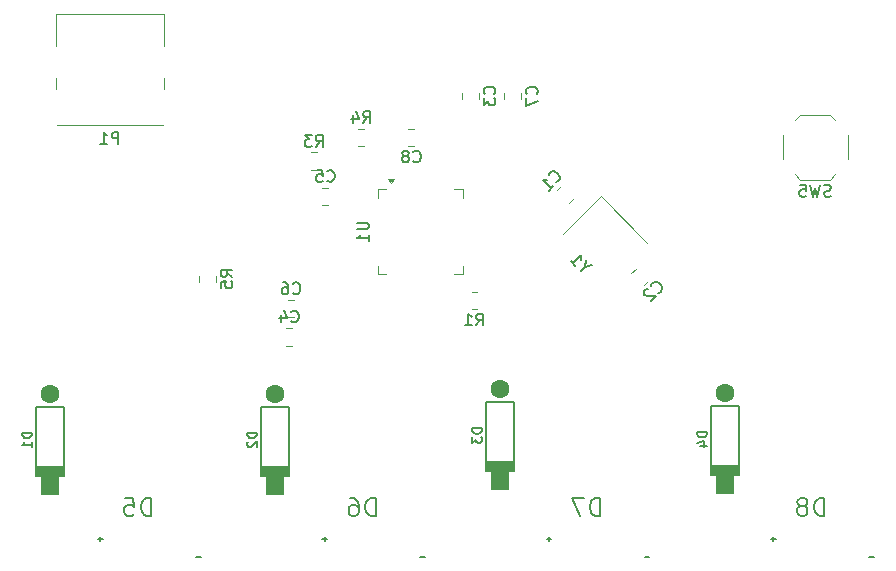
<source format=gbo>
%TF.GenerationSoftware,KiCad,Pcbnew,9.0.7*%
%TF.CreationDate,2026-02-17T21:12:57+08:00*%
%TF.ProjectId,3rd testing,33726420-7465-4737-9469-6e672e6b6963,rev?*%
%TF.SameCoordinates,Original*%
%TF.FileFunction,Legend,Bot*%
%TF.FilePolarity,Positive*%
%FSLAX46Y46*%
G04 Gerber Fmt 4.6, Leading zero omitted, Abs format (unit mm)*
G04 Created by KiCad (PCBNEW 9.0.7) date 2026-02-17 21:12:57*
%MOMM*%
%LPD*%
G01*
G04 APERTURE LIST*
%ADD10C,0.150000*%
%ADD11C,0.200000*%
%ADD12C,0.120000*%
%ADD13C,0.127000*%
%ADD14R,1.600000X1.600000*%
%ADD15C,1.600000*%
G04 APERTURE END LIST*
D10*
X124712920Y-80045774D02*
X123912920Y-80045774D01*
X123912920Y-80045774D02*
X123912920Y-80236250D01*
X123912920Y-80236250D02*
X123951015Y-80350536D01*
X123951015Y-80350536D02*
X124027205Y-80426726D01*
X124027205Y-80426726D02*
X124103396Y-80464821D01*
X124103396Y-80464821D02*
X124255777Y-80502917D01*
X124255777Y-80502917D02*
X124370063Y-80502917D01*
X124370063Y-80502917D02*
X124522444Y-80464821D01*
X124522444Y-80464821D02*
X124598634Y-80426726D01*
X124598634Y-80426726D02*
X124674825Y-80350536D01*
X124674825Y-80350536D02*
X124712920Y-80236250D01*
X124712920Y-80236250D02*
X124712920Y-80045774D01*
X124179586Y-81188631D02*
X124712920Y-81188631D01*
X123874825Y-80998155D02*
X124446253Y-80807678D01*
X124446253Y-80807678D02*
X124446253Y-81302917D01*
X89536041Y-70662705D02*
X89583660Y-70710325D01*
X89583660Y-70710325D02*
X89726517Y-70757944D01*
X89726517Y-70757944D02*
X89821755Y-70757944D01*
X89821755Y-70757944D02*
X89964612Y-70710325D01*
X89964612Y-70710325D02*
X90059850Y-70615086D01*
X90059850Y-70615086D02*
X90107469Y-70519848D01*
X90107469Y-70519848D02*
X90155088Y-70329372D01*
X90155088Y-70329372D02*
X90155088Y-70186515D01*
X90155088Y-70186515D02*
X90107469Y-69996039D01*
X90107469Y-69996039D02*
X90059850Y-69900801D01*
X90059850Y-69900801D02*
X89964612Y-69805563D01*
X89964612Y-69805563D02*
X89821755Y-69757944D01*
X89821755Y-69757944D02*
X89726517Y-69757944D01*
X89726517Y-69757944D02*
X89583660Y-69805563D01*
X89583660Y-69805563D02*
X89536041Y-69853182D01*
X88678898Y-70091277D02*
X88678898Y-70757944D01*
X88916993Y-69710325D02*
X89155088Y-70424610D01*
X89155088Y-70424610D02*
X88536041Y-70424610D01*
X95626666Y-53884819D02*
X95959999Y-53408628D01*
X96198094Y-53884819D02*
X96198094Y-52884819D01*
X96198094Y-52884819D02*
X95817142Y-52884819D01*
X95817142Y-52884819D02*
X95721904Y-52932438D01*
X95721904Y-52932438D02*
X95674285Y-52980057D01*
X95674285Y-52980057D02*
X95626666Y-53075295D01*
X95626666Y-53075295D02*
X95626666Y-53218152D01*
X95626666Y-53218152D02*
X95674285Y-53313390D01*
X95674285Y-53313390D02*
X95721904Y-53361009D01*
X95721904Y-53361009D02*
X95817142Y-53408628D01*
X95817142Y-53408628D02*
X96198094Y-53408628D01*
X94769523Y-53218152D02*
X94769523Y-53884819D01*
X95007618Y-52837200D02*
X95245713Y-53551485D01*
X95245713Y-53551485D02*
X94626666Y-53551485D01*
X84564819Y-66913333D02*
X84088628Y-66580000D01*
X84564819Y-66341905D02*
X83564819Y-66341905D01*
X83564819Y-66341905D02*
X83564819Y-66722857D01*
X83564819Y-66722857D02*
X83612438Y-66818095D01*
X83612438Y-66818095D02*
X83660057Y-66865714D01*
X83660057Y-66865714D02*
X83755295Y-66913333D01*
X83755295Y-66913333D02*
X83898152Y-66913333D01*
X83898152Y-66913333D02*
X83993390Y-66865714D01*
X83993390Y-66865714D02*
X84041009Y-66818095D01*
X84041009Y-66818095D02*
X84088628Y-66722857D01*
X84088628Y-66722857D02*
X84088628Y-66341905D01*
X83564819Y-67818095D02*
X83564819Y-67341905D01*
X83564819Y-67341905D02*
X84041009Y-67294286D01*
X84041009Y-67294286D02*
X83993390Y-67341905D01*
X83993390Y-67341905D02*
X83945771Y-67437143D01*
X83945771Y-67437143D02*
X83945771Y-67675238D01*
X83945771Y-67675238D02*
X83993390Y-67770476D01*
X83993390Y-67770476D02*
X84041009Y-67818095D01*
X84041009Y-67818095D02*
X84136247Y-67865714D01*
X84136247Y-67865714D02*
X84374342Y-67865714D01*
X84374342Y-67865714D02*
X84469580Y-67818095D01*
X84469580Y-67818095D02*
X84517200Y-67770476D01*
X84517200Y-67770476D02*
X84564819Y-67675238D01*
X84564819Y-67675238D02*
X84564819Y-67437143D01*
X84564819Y-67437143D02*
X84517200Y-67341905D01*
X84517200Y-67341905D02*
X84469580Y-67294286D01*
X134674642Y-87140138D02*
X134674642Y-85640138D01*
X134674642Y-85640138D02*
X134317499Y-85640138D01*
X134317499Y-85640138D02*
X134103213Y-85711567D01*
X134103213Y-85711567D02*
X133960356Y-85854424D01*
X133960356Y-85854424D02*
X133888927Y-85997281D01*
X133888927Y-85997281D02*
X133817499Y-86282995D01*
X133817499Y-86282995D02*
X133817499Y-86497281D01*
X133817499Y-86497281D02*
X133888927Y-86782995D01*
X133888927Y-86782995D02*
X133960356Y-86925852D01*
X133960356Y-86925852D02*
X134103213Y-87068710D01*
X134103213Y-87068710D02*
X134317499Y-87140138D01*
X134317499Y-87140138D02*
X134674642Y-87140138D01*
X132960356Y-86282995D02*
X133103213Y-86211567D01*
X133103213Y-86211567D02*
X133174642Y-86140138D01*
X133174642Y-86140138D02*
X133246070Y-85997281D01*
X133246070Y-85997281D02*
X133246070Y-85925852D01*
X133246070Y-85925852D02*
X133174642Y-85782995D01*
X133174642Y-85782995D02*
X133103213Y-85711567D01*
X133103213Y-85711567D02*
X132960356Y-85640138D01*
X132960356Y-85640138D02*
X132674642Y-85640138D01*
X132674642Y-85640138D02*
X132531785Y-85711567D01*
X132531785Y-85711567D02*
X132460356Y-85782995D01*
X132460356Y-85782995D02*
X132388927Y-85925852D01*
X132388927Y-85925852D02*
X132388927Y-85997281D01*
X132388927Y-85997281D02*
X132460356Y-86140138D01*
X132460356Y-86140138D02*
X132531785Y-86211567D01*
X132531785Y-86211567D02*
X132674642Y-86282995D01*
X132674642Y-86282995D02*
X132960356Y-86282995D01*
X132960356Y-86282995D02*
X133103213Y-86354424D01*
X133103213Y-86354424D02*
X133174642Y-86425852D01*
X133174642Y-86425852D02*
X133246070Y-86568710D01*
X133246070Y-86568710D02*
X133246070Y-86854424D01*
X133246070Y-86854424D02*
X133174642Y-86997281D01*
X133174642Y-86997281D02*
X133103213Y-87068710D01*
X133103213Y-87068710D02*
X132960356Y-87140138D01*
X132960356Y-87140138D02*
X132674642Y-87140138D01*
X132674642Y-87140138D02*
X132531785Y-87068710D01*
X132531785Y-87068710D02*
X132460356Y-86997281D01*
X132460356Y-86997281D02*
X132388927Y-86854424D01*
X132388927Y-86854424D02*
X132388927Y-86568710D01*
X132388927Y-86568710D02*
X132460356Y-86425852D01*
X132460356Y-86425852D02*
X132531785Y-86354424D01*
X132531785Y-86354424D02*
X132674642Y-86282995D01*
X86612920Y-80111399D02*
X85812920Y-80111399D01*
X85812920Y-80111399D02*
X85812920Y-80301875D01*
X85812920Y-80301875D02*
X85851015Y-80416161D01*
X85851015Y-80416161D02*
X85927205Y-80492351D01*
X85927205Y-80492351D02*
X86003396Y-80530446D01*
X86003396Y-80530446D02*
X86155777Y-80568542D01*
X86155777Y-80568542D02*
X86270063Y-80568542D01*
X86270063Y-80568542D02*
X86422444Y-80530446D01*
X86422444Y-80530446D02*
X86498634Y-80492351D01*
X86498634Y-80492351D02*
X86574825Y-80416161D01*
X86574825Y-80416161D02*
X86612920Y-80301875D01*
X86612920Y-80301875D02*
X86612920Y-80111399D01*
X85889110Y-80873303D02*
X85851015Y-80911399D01*
X85851015Y-80911399D02*
X85812920Y-80987589D01*
X85812920Y-80987589D02*
X85812920Y-81178065D01*
X85812920Y-81178065D02*
X85851015Y-81254256D01*
X85851015Y-81254256D02*
X85889110Y-81292351D01*
X85889110Y-81292351D02*
X85965301Y-81330446D01*
X85965301Y-81330446D02*
X86041491Y-81330446D01*
X86041491Y-81330446D02*
X86155777Y-81292351D01*
X86155777Y-81292351D02*
X86612920Y-80835208D01*
X86612920Y-80835208D02*
X86612920Y-81330446D01*
X114378618Y-66054816D02*
X114041900Y-66391534D01*
X114984709Y-65920129D02*
X114378618Y-66054816D01*
X114378618Y-66054816D02*
X114513305Y-65448725D01*
X113200107Y-65549740D02*
X113604168Y-65953801D01*
X113402137Y-65751770D02*
X114109244Y-65044664D01*
X114109244Y-65044664D02*
X114075572Y-65213022D01*
X114075572Y-65213022D02*
X114075572Y-65347709D01*
X114075572Y-65347709D02*
X114109244Y-65448725D01*
X77674642Y-87140138D02*
X77674642Y-85640138D01*
X77674642Y-85640138D02*
X77317499Y-85640138D01*
X77317499Y-85640138D02*
X77103213Y-85711567D01*
X77103213Y-85711567D02*
X76960356Y-85854424D01*
X76960356Y-85854424D02*
X76888927Y-85997281D01*
X76888927Y-85997281D02*
X76817499Y-86282995D01*
X76817499Y-86282995D02*
X76817499Y-86497281D01*
X76817499Y-86497281D02*
X76888927Y-86782995D01*
X76888927Y-86782995D02*
X76960356Y-86925852D01*
X76960356Y-86925852D02*
X77103213Y-87068710D01*
X77103213Y-87068710D02*
X77317499Y-87140138D01*
X77317499Y-87140138D02*
X77674642Y-87140138D01*
X75460356Y-85640138D02*
X76174642Y-85640138D01*
X76174642Y-85640138D02*
X76246070Y-86354424D01*
X76246070Y-86354424D02*
X76174642Y-86282995D01*
X76174642Y-86282995D02*
X76031785Y-86211567D01*
X76031785Y-86211567D02*
X75674642Y-86211567D01*
X75674642Y-86211567D02*
X75531785Y-86282995D01*
X75531785Y-86282995D02*
X75460356Y-86354424D01*
X75460356Y-86354424D02*
X75388927Y-86497281D01*
X75388927Y-86497281D02*
X75388927Y-86854424D01*
X75388927Y-86854424D02*
X75460356Y-86997281D01*
X75460356Y-86997281D02*
X75531785Y-87068710D01*
X75531785Y-87068710D02*
X75674642Y-87140138D01*
X75674642Y-87140138D02*
X76031785Y-87140138D01*
X76031785Y-87140138D02*
X76174642Y-87068710D01*
X76174642Y-87068710D02*
X76246070Y-86997281D01*
X120610305Y-68237973D02*
X120677649Y-68237973D01*
X120677649Y-68237973D02*
X120812336Y-68170629D01*
X120812336Y-68170629D02*
X120879679Y-68103286D01*
X120879679Y-68103286D02*
X120947023Y-67968599D01*
X120947023Y-67968599D02*
X120947023Y-67833912D01*
X120947023Y-67833912D02*
X120913351Y-67732897D01*
X120913351Y-67732897D02*
X120812336Y-67564538D01*
X120812336Y-67564538D02*
X120711321Y-67463523D01*
X120711321Y-67463523D02*
X120542962Y-67362507D01*
X120542962Y-67362507D02*
X120441947Y-67328836D01*
X120441947Y-67328836D02*
X120307260Y-67328836D01*
X120307260Y-67328836D02*
X120172573Y-67396179D01*
X120172573Y-67396179D02*
X120105229Y-67463523D01*
X120105229Y-67463523D02*
X120037886Y-67598210D01*
X120037886Y-67598210D02*
X120037886Y-67665553D01*
X119768512Y-67934927D02*
X119701168Y-67934927D01*
X119701168Y-67934927D02*
X119600153Y-67968599D01*
X119600153Y-67968599D02*
X119431794Y-68136958D01*
X119431794Y-68136958D02*
X119398122Y-68237973D01*
X119398122Y-68237973D02*
X119398122Y-68305316D01*
X119398122Y-68305316D02*
X119431794Y-68406332D01*
X119431794Y-68406332D02*
X119499138Y-68473675D01*
X119499138Y-68473675D02*
X119633825Y-68541019D01*
X119633825Y-68541019D02*
X120441947Y-68541019D01*
X120441947Y-68541019D02*
X120004214Y-68978751D01*
X74913719Y-55641069D02*
X74913719Y-54641069D01*
X74913719Y-54641069D02*
X74532767Y-54641069D01*
X74532767Y-54641069D02*
X74437529Y-54688688D01*
X74437529Y-54688688D02*
X74389910Y-54736307D01*
X74389910Y-54736307D02*
X74342291Y-54831545D01*
X74342291Y-54831545D02*
X74342291Y-54974402D01*
X74342291Y-54974402D02*
X74389910Y-55069640D01*
X74389910Y-55069640D02*
X74437529Y-55117259D01*
X74437529Y-55117259D02*
X74532767Y-55164878D01*
X74532767Y-55164878D02*
X74913719Y-55164878D01*
X73389910Y-55641069D02*
X73961338Y-55641069D01*
X73675624Y-55641069D02*
X73675624Y-54641069D01*
X73675624Y-54641069D02*
X73770862Y-54783926D01*
X73770862Y-54783926D02*
X73866100Y-54879164D01*
X73866100Y-54879164D02*
X73961338Y-54926783D01*
X92589166Y-58759580D02*
X92636785Y-58807200D01*
X92636785Y-58807200D02*
X92779642Y-58854819D01*
X92779642Y-58854819D02*
X92874880Y-58854819D01*
X92874880Y-58854819D02*
X93017737Y-58807200D01*
X93017737Y-58807200D02*
X93112975Y-58711961D01*
X93112975Y-58711961D02*
X93160594Y-58616723D01*
X93160594Y-58616723D02*
X93208213Y-58426247D01*
X93208213Y-58426247D02*
X93208213Y-58283390D01*
X93208213Y-58283390D02*
X93160594Y-58092914D01*
X93160594Y-58092914D02*
X93112975Y-57997676D01*
X93112975Y-57997676D02*
X93017737Y-57902438D01*
X93017737Y-57902438D02*
X92874880Y-57854819D01*
X92874880Y-57854819D02*
X92779642Y-57854819D01*
X92779642Y-57854819D02*
X92636785Y-57902438D01*
X92636785Y-57902438D02*
X92589166Y-57950057D01*
X91684404Y-57854819D02*
X92160594Y-57854819D01*
X92160594Y-57854819D02*
X92208213Y-58331009D01*
X92208213Y-58331009D02*
X92160594Y-58283390D01*
X92160594Y-58283390D02*
X92065356Y-58235771D01*
X92065356Y-58235771D02*
X91827261Y-58235771D01*
X91827261Y-58235771D02*
X91732023Y-58283390D01*
X91732023Y-58283390D02*
X91684404Y-58331009D01*
X91684404Y-58331009D02*
X91636785Y-58426247D01*
X91636785Y-58426247D02*
X91636785Y-58664342D01*
X91636785Y-58664342D02*
X91684404Y-58759580D01*
X91684404Y-58759580D02*
X91732023Y-58807200D01*
X91732023Y-58807200D02*
X91827261Y-58854819D01*
X91827261Y-58854819D02*
X92065356Y-58854819D01*
X92065356Y-58854819D02*
X92160594Y-58807200D01*
X92160594Y-58807200D02*
X92208213Y-58759580D01*
X111930550Y-58862095D02*
X111997894Y-58862095D01*
X111997894Y-58862095D02*
X112132581Y-58794751D01*
X112132581Y-58794751D02*
X112199924Y-58727408D01*
X112199924Y-58727408D02*
X112267268Y-58592721D01*
X112267268Y-58592721D02*
X112267268Y-58458034D01*
X112267268Y-58458034D02*
X112233596Y-58357019D01*
X112233596Y-58357019D02*
X112132581Y-58188660D01*
X112132581Y-58188660D02*
X112031566Y-58087645D01*
X112031566Y-58087645D02*
X111863207Y-57986629D01*
X111863207Y-57986629D02*
X111762192Y-57952958D01*
X111762192Y-57952958D02*
X111627505Y-57952958D01*
X111627505Y-57952958D02*
X111492818Y-58020301D01*
X111492818Y-58020301D02*
X111425474Y-58087645D01*
X111425474Y-58087645D02*
X111358131Y-58222332D01*
X111358131Y-58222332D02*
X111358131Y-58289675D01*
X111324459Y-59602873D02*
X111728520Y-59198812D01*
X111526489Y-59400843D02*
X110819383Y-58693736D01*
X110819383Y-58693736D02*
X110987741Y-58727408D01*
X110987741Y-58727408D02*
X111122428Y-58727408D01*
X111122428Y-58727408D02*
X111223444Y-58693736D01*
X106733955Y-51422708D02*
X106781575Y-51375089D01*
X106781575Y-51375089D02*
X106829194Y-51232232D01*
X106829194Y-51232232D02*
X106829194Y-51136994D01*
X106829194Y-51136994D02*
X106781575Y-50994137D01*
X106781575Y-50994137D02*
X106686336Y-50898899D01*
X106686336Y-50898899D02*
X106591098Y-50851280D01*
X106591098Y-50851280D02*
X106400622Y-50803661D01*
X106400622Y-50803661D02*
X106257765Y-50803661D01*
X106257765Y-50803661D02*
X106067289Y-50851280D01*
X106067289Y-50851280D02*
X105972051Y-50898899D01*
X105972051Y-50898899D02*
X105876813Y-50994137D01*
X105876813Y-50994137D02*
X105829194Y-51136994D01*
X105829194Y-51136994D02*
X105829194Y-51232232D01*
X105829194Y-51232232D02*
X105876813Y-51375089D01*
X105876813Y-51375089D02*
X105924432Y-51422708D01*
X105829194Y-51756042D02*
X105829194Y-52375089D01*
X105829194Y-52375089D02*
X106210146Y-52041756D01*
X106210146Y-52041756D02*
X106210146Y-52184613D01*
X106210146Y-52184613D02*
X106257765Y-52279851D01*
X106257765Y-52279851D02*
X106305384Y-52327470D01*
X106305384Y-52327470D02*
X106400622Y-52375089D01*
X106400622Y-52375089D02*
X106638717Y-52375089D01*
X106638717Y-52375089D02*
X106733955Y-52327470D01*
X106733955Y-52327470D02*
X106781575Y-52279851D01*
X106781575Y-52279851D02*
X106829194Y-52184613D01*
X106829194Y-52184613D02*
X106829194Y-51898899D01*
X106829194Y-51898899D02*
X106781575Y-51803661D01*
X106781575Y-51803661D02*
X106733955Y-51756042D01*
X67562920Y-80111399D02*
X66762920Y-80111399D01*
X66762920Y-80111399D02*
X66762920Y-80301875D01*
X66762920Y-80301875D02*
X66801015Y-80416161D01*
X66801015Y-80416161D02*
X66877205Y-80492351D01*
X66877205Y-80492351D02*
X66953396Y-80530446D01*
X66953396Y-80530446D02*
X67105777Y-80568542D01*
X67105777Y-80568542D02*
X67220063Y-80568542D01*
X67220063Y-80568542D02*
X67372444Y-80530446D01*
X67372444Y-80530446D02*
X67448634Y-80492351D01*
X67448634Y-80492351D02*
X67524825Y-80416161D01*
X67524825Y-80416161D02*
X67562920Y-80301875D01*
X67562920Y-80301875D02*
X67562920Y-80111399D01*
X67562920Y-81330446D02*
X67562920Y-80873303D01*
X67562920Y-81101875D02*
X66762920Y-81101875D01*
X66762920Y-81101875D02*
X66877205Y-81025684D01*
X66877205Y-81025684D02*
X66953396Y-80949494D01*
X66953396Y-80949494D02*
X66991491Y-80873303D01*
X95084819Y-62318095D02*
X95894342Y-62318095D01*
X95894342Y-62318095D02*
X95989580Y-62365714D01*
X95989580Y-62365714D02*
X96037200Y-62413333D01*
X96037200Y-62413333D02*
X96084819Y-62508571D01*
X96084819Y-62508571D02*
X96084819Y-62699047D01*
X96084819Y-62699047D02*
X96037200Y-62794285D01*
X96037200Y-62794285D02*
X95989580Y-62841904D01*
X95989580Y-62841904D02*
X95894342Y-62889523D01*
X95894342Y-62889523D02*
X95084819Y-62889523D01*
X96084819Y-63889523D02*
X96084819Y-63318095D01*
X96084819Y-63603809D02*
X95084819Y-63603809D01*
X95084819Y-63603809D02*
X95227676Y-63508571D01*
X95227676Y-63508571D02*
X95322914Y-63413333D01*
X95322914Y-63413333D02*
X95370533Y-63318095D01*
X96674642Y-87140138D02*
X96674642Y-85640138D01*
X96674642Y-85640138D02*
X96317499Y-85640138D01*
X96317499Y-85640138D02*
X96103213Y-85711567D01*
X96103213Y-85711567D02*
X95960356Y-85854424D01*
X95960356Y-85854424D02*
X95888927Y-85997281D01*
X95888927Y-85997281D02*
X95817499Y-86282995D01*
X95817499Y-86282995D02*
X95817499Y-86497281D01*
X95817499Y-86497281D02*
X95888927Y-86782995D01*
X95888927Y-86782995D02*
X95960356Y-86925852D01*
X95960356Y-86925852D02*
X96103213Y-87068710D01*
X96103213Y-87068710D02*
X96317499Y-87140138D01*
X96317499Y-87140138D02*
X96674642Y-87140138D01*
X94531785Y-85640138D02*
X94817499Y-85640138D01*
X94817499Y-85640138D02*
X94960356Y-85711567D01*
X94960356Y-85711567D02*
X95031785Y-85782995D01*
X95031785Y-85782995D02*
X95174642Y-85997281D01*
X95174642Y-85997281D02*
X95246070Y-86282995D01*
X95246070Y-86282995D02*
X95246070Y-86854424D01*
X95246070Y-86854424D02*
X95174642Y-86997281D01*
X95174642Y-86997281D02*
X95103213Y-87068710D01*
X95103213Y-87068710D02*
X94960356Y-87140138D01*
X94960356Y-87140138D02*
X94674642Y-87140138D01*
X94674642Y-87140138D02*
X94531785Y-87068710D01*
X94531785Y-87068710D02*
X94460356Y-86997281D01*
X94460356Y-86997281D02*
X94388927Y-86854424D01*
X94388927Y-86854424D02*
X94388927Y-86497281D01*
X94388927Y-86497281D02*
X94460356Y-86354424D01*
X94460356Y-86354424D02*
X94531785Y-86282995D01*
X94531785Y-86282995D02*
X94674642Y-86211567D01*
X94674642Y-86211567D02*
X94960356Y-86211567D01*
X94960356Y-86211567D02*
X95103213Y-86282995D01*
X95103213Y-86282995D02*
X95174642Y-86354424D01*
X95174642Y-86354424D02*
X95246070Y-86497281D01*
X99875543Y-57119580D02*
X99923162Y-57167200D01*
X99923162Y-57167200D02*
X100066019Y-57214819D01*
X100066019Y-57214819D02*
X100161257Y-57214819D01*
X100161257Y-57214819D02*
X100304114Y-57167200D01*
X100304114Y-57167200D02*
X100399352Y-57071961D01*
X100399352Y-57071961D02*
X100446971Y-56976723D01*
X100446971Y-56976723D02*
X100494590Y-56786247D01*
X100494590Y-56786247D02*
X100494590Y-56643390D01*
X100494590Y-56643390D02*
X100446971Y-56452914D01*
X100446971Y-56452914D02*
X100399352Y-56357676D01*
X100399352Y-56357676D02*
X100304114Y-56262438D01*
X100304114Y-56262438D02*
X100161257Y-56214819D01*
X100161257Y-56214819D02*
X100066019Y-56214819D01*
X100066019Y-56214819D02*
X99923162Y-56262438D01*
X99923162Y-56262438D02*
X99875543Y-56310057D01*
X99304114Y-56643390D02*
X99399352Y-56595771D01*
X99399352Y-56595771D02*
X99446971Y-56548152D01*
X99446971Y-56548152D02*
X99494590Y-56452914D01*
X99494590Y-56452914D02*
X99494590Y-56405295D01*
X99494590Y-56405295D02*
X99446971Y-56310057D01*
X99446971Y-56310057D02*
X99399352Y-56262438D01*
X99399352Y-56262438D02*
X99304114Y-56214819D01*
X99304114Y-56214819D02*
X99113638Y-56214819D01*
X99113638Y-56214819D02*
X99018400Y-56262438D01*
X99018400Y-56262438D02*
X98970781Y-56310057D01*
X98970781Y-56310057D02*
X98923162Y-56405295D01*
X98923162Y-56405295D02*
X98923162Y-56452914D01*
X98923162Y-56452914D02*
X98970781Y-56548152D01*
X98970781Y-56548152D02*
X99018400Y-56595771D01*
X99018400Y-56595771D02*
X99113638Y-56643390D01*
X99113638Y-56643390D02*
X99304114Y-56643390D01*
X99304114Y-56643390D02*
X99399352Y-56691009D01*
X99399352Y-56691009D02*
X99446971Y-56738628D01*
X99446971Y-56738628D02*
X99494590Y-56833866D01*
X99494590Y-56833866D02*
X99494590Y-57024342D01*
X99494590Y-57024342D02*
X99446971Y-57119580D01*
X99446971Y-57119580D02*
X99399352Y-57167200D01*
X99399352Y-57167200D02*
X99304114Y-57214819D01*
X99304114Y-57214819D02*
X99113638Y-57214819D01*
X99113638Y-57214819D02*
X99018400Y-57167200D01*
X99018400Y-57167200D02*
X98970781Y-57119580D01*
X98970781Y-57119580D02*
X98923162Y-57024342D01*
X98923162Y-57024342D02*
X98923162Y-56833866D01*
X98923162Y-56833866D02*
X98970781Y-56738628D01*
X98970781Y-56738628D02*
X99018400Y-56691009D01*
X99018400Y-56691009D02*
X99113638Y-56643390D01*
X105196666Y-71018442D02*
X105529999Y-70542251D01*
X105768094Y-71018442D02*
X105768094Y-70018442D01*
X105768094Y-70018442D02*
X105387142Y-70018442D01*
X105387142Y-70018442D02*
X105291904Y-70066061D01*
X105291904Y-70066061D02*
X105244285Y-70113680D01*
X105244285Y-70113680D02*
X105196666Y-70208918D01*
X105196666Y-70208918D02*
X105196666Y-70351775D01*
X105196666Y-70351775D02*
X105244285Y-70447013D01*
X105244285Y-70447013D02*
X105291904Y-70494632D01*
X105291904Y-70494632D02*
X105387142Y-70542251D01*
X105387142Y-70542251D02*
X105768094Y-70542251D01*
X104244285Y-71018442D02*
X104815713Y-71018442D01*
X104529999Y-71018442D02*
X104529999Y-70018442D01*
X104529999Y-70018442D02*
X104625237Y-70161299D01*
X104625237Y-70161299D02*
X104720475Y-70256537D01*
X104720475Y-70256537D02*
X104815713Y-70304156D01*
X135229709Y-60070823D02*
X135086852Y-60118442D01*
X135086852Y-60118442D02*
X134848757Y-60118442D01*
X134848757Y-60118442D02*
X134753519Y-60070823D01*
X134753519Y-60070823D02*
X134705900Y-60023203D01*
X134705900Y-60023203D02*
X134658281Y-59927965D01*
X134658281Y-59927965D02*
X134658281Y-59832727D01*
X134658281Y-59832727D02*
X134705900Y-59737489D01*
X134705900Y-59737489D02*
X134753519Y-59689870D01*
X134753519Y-59689870D02*
X134848757Y-59642251D01*
X134848757Y-59642251D02*
X135039233Y-59594632D01*
X135039233Y-59594632D02*
X135134471Y-59547013D01*
X135134471Y-59547013D02*
X135182090Y-59499394D01*
X135182090Y-59499394D02*
X135229709Y-59404156D01*
X135229709Y-59404156D02*
X135229709Y-59308918D01*
X135229709Y-59308918D02*
X135182090Y-59213680D01*
X135182090Y-59213680D02*
X135134471Y-59166061D01*
X135134471Y-59166061D02*
X135039233Y-59118442D01*
X135039233Y-59118442D02*
X134801138Y-59118442D01*
X134801138Y-59118442D02*
X134658281Y-59166061D01*
X134324947Y-59118442D02*
X134086852Y-60118442D01*
X134086852Y-60118442D02*
X133896376Y-59404156D01*
X133896376Y-59404156D02*
X133705900Y-60118442D01*
X133705900Y-60118442D02*
X133467805Y-59118442D01*
X132610662Y-59118442D02*
X133086852Y-59118442D01*
X133086852Y-59118442D02*
X133134471Y-59594632D01*
X133134471Y-59594632D02*
X133086852Y-59547013D01*
X133086852Y-59547013D02*
X132991614Y-59499394D01*
X132991614Y-59499394D02*
X132753519Y-59499394D01*
X132753519Y-59499394D02*
X132658281Y-59547013D01*
X132658281Y-59547013D02*
X132610662Y-59594632D01*
X132610662Y-59594632D02*
X132563043Y-59689870D01*
X132563043Y-59689870D02*
X132563043Y-59927965D01*
X132563043Y-59927965D02*
X132610662Y-60023203D01*
X132610662Y-60023203D02*
X132658281Y-60070823D01*
X132658281Y-60070823D02*
X132753519Y-60118442D01*
X132753519Y-60118442D02*
X132991614Y-60118442D01*
X132991614Y-60118442D02*
X133086852Y-60070823D01*
X133086852Y-60070823D02*
X133134471Y-60023203D01*
X115674642Y-87140138D02*
X115674642Y-85640138D01*
X115674642Y-85640138D02*
X115317499Y-85640138D01*
X115317499Y-85640138D02*
X115103213Y-85711567D01*
X115103213Y-85711567D02*
X114960356Y-85854424D01*
X114960356Y-85854424D02*
X114888927Y-85997281D01*
X114888927Y-85997281D02*
X114817499Y-86282995D01*
X114817499Y-86282995D02*
X114817499Y-86497281D01*
X114817499Y-86497281D02*
X114888927Y-86782995D01*
X114888927Y-86782995D02*
X114960356Y-86925852D01*
X114960356Y-86925852D02*
X115103213Y-87068710D01*
X115103213Y-87068710D02*
X115317499Y-87140138D01*
X115317499Y-87140138D02*
X115674642Y-87140138D01*
X114317499Y-85640138D02*
X113317499Y-85640138D01*
X113317499Y-85640138D02*
X113960356Y-87140138D01*
X91626666Y-55884819D02*
X91959999Y-55408628D01*
X92198094Y-55884819D02*
X92198094Y-54884819D01*
X92198094Y-54884819D02*
X91817142Y-54884819D01*
X91817142Y-54884819D02*
X91721904Y-54932438D01*
X91721904Y-54932438D02*
X91674285Y-54980057D01*
X91674285Y-54980057D02*
X91626666Y-55075295D01*
X91626666Y-55075295D02*
X91626666Y-55218152D01*
X91626666Y-55218152D02*
X91674285Y-55313390D01*
X91674285Y-55313390D02*
X91721904Y-55361009D01*
X91721904Y-55361009D02*
X91817142Y-55408628D01*
X91817142Y-55408628D02*
X92198094Y-55408628D01*
X91293332Y-54884819D02*
X90674285Y-54884819D01*
X90674285Y-54884819D02*
X91007618Y-55265771D01*
X91007618Y-55265771D02*
X90864761Y-55265771D01*
X90864761Y-55265771D02*
X90769523Y-55313390D01*
X90769523Y-55313390D02*
X90721904Y-55361009D01*
X90721904Y-55361009D02*
X90674285Y-55456247D01*
X90674285Y-55456247D02*
X90674285Y-55694342D01*
X90674285Y-55694342D02*
X90721904Y-55789580D01*
X90721904Y-55789580D02*
X90769523Y-55837200D01*
X90769523Y-55837200D02*
X90864761Y-55884819D01*
X90864761Y-55884819D02*
X91150475Y-55884819D01*
X91150475Y-55884819D02*
X91245713Y-55837200D01*
X91245713Y-55837200D02*
X91293332Y-55789580D01*
X105662920Y-79727024D02*
X104862920Y-79727024D01*
X104862920Y-79727024D02*
X104862920Y-79917500D01*
X104862920Y-79917500D02*
X104901015Y-80031786D01*
X104901015Y-80031786D02*
X104977205Y-80107976D01*
X104977205Y-80107976D02*
X105053396Y-80146071D01*
X105053396Y-80146071D02*
X105205777Y-80184167D01*
X105205777Y-80184167D02*
X105320063Y-80184167D01*
X105320063Y-80184167D02*
X105472444Y-80146071D01*
X105472444Y-80146071D02*
X105548634Y-80107976D01*
X105548634Y-80107976D02*
X105624825Y-80031786D01*
X105624825Y-80031786D02*
X105662920Y-79917500D01*
X105662920Y-79917500D02*
X105662920Y-79727024D01*
X104862920Y-80450833D02*
X104862920Y-80946071D01*
X104862920Y-80946071D02*
X105167682Y-80679405D01*
X105167682Y-80679405D02*
X105167682Y-80793690D01*
X105167682Y-80793690D02*
X105205777Y-80869881D01*
X105205777Y-80869881D02*
X105243872Y-80907976D01*
X105243872Y-80907976D02*
X105320063Y-80946071D01*
X105320063Y-80946071D02*
X105510539Y-80946071D01*
X105510539Y-80946071D02*
X105586729Y-80907976D01*
X105586729Y-80907976D02*
X105624825Y-80869881D01*
X105624825Y-80869881D02*
X105662920Y-80793690D01*
X105662920Y-80793690D02*
X105662920Y-80565119D01*
X105662920Y-80565119D02*
X105624825Y-80488928D01*
X105624825Y-80488928D02*
X105586729Y-80450833D01*
X110305830Y-51422708D02*
X110353450Y-51375089D01*
X110353450Y-51375089D02*
X110401069Y-51232232D01*
X110401069Y-51232232D02*
X110401069Y-51136994D01*
X110401069Y-51136994D02*
X110353450Y-50994137D01*
X110353450Y-50994137D02*
X110258211Y-50898899D01*
X110258211Y-50898899D02*
X110162973Y-50851280D01*
X110162973Y-50851280D02*
X109972497Y-50803661D01*
X109972497Y-50803661D02*
X109829640Y-50803661D01*
X109829640Y-50803661D02*
X109639164Y-50851280D01*
X109639164Y-50851280D02*
X109543926Y-50898899D01*
X109543926Y-50898899D02*
X109448688Y-50994137D01*
X109448688Y-50994137D02*
X109401069Y-51136994D01*
X109401069Y-51136994D02*
X109401069Y-51232232D01*
X109401069Y-51232232D02*
X109448688Y-51375089D01*
X109448688Y-51375089D02*
X109496307Y-51422708D01*
X109401069Y-51756042D02*
X109401069Y-52422708D01*
X109401069Y-52422708D02*
X110401069Y-51994137D01*
X89686041Y-68281455D02*
X89733660Y-68329075D01*
X89733660Y-68329075D02*
X89876517Y-68376694D01*
X89876517Y-68376694D02*
X89971755Y-68376694D01*
X89971755Y-68376694D02*
X90114612Y-68329075D01*
X90114612Y-68329075D02*
X90209850Y-68233836D01*
X90209850Y-68233836D02*
X90257469Y-68138598D01*
X90257469Y-68138598D02*
X90305088Y-67948122D01*
X90305088Y-67948122D02*
X90305088Y-67805265D01*
X90305088Y-67805265D02*
X90257469Y-67614789D01*
X90257469Y-67614789D02*
X90209850Y-67519551D01*
X90209850Y-67519551D02*
X90114612Y-67424313D01*
X90114612Y-67424313D02*
X89971755Y-67376694D01*
X89971755Y-67376694D02*
X89876517Y-67376694D01*
X89876517Y-67376694D02*
X89733660Y-67424313D01*
X89733660Y-67424313D02*
X89686041Y-67471932D01*
X88828898Y-67376694D02*
X89019374Y-67376694D01*
X89019374Y-67376694D02*
X89114612Y-67424313D01*
X89114612Y-67424313D02*
X89162231Y-67471932D01*
X89162231Y-67471932D02*
X89257469Y-67614789D01*
X89257469Y-67614789D02*
X89305088Y-67805265D01*
X89305088Y-67805265D02*
X89305088Y-68186217D01*
X89305088Y-68186217D02*
X89257469Y-68281455D01*
X89257469Y-68281455D02*
X89209850Y-68329075D01*
X89209850Y-68329075D02*
X89114612Y-68376694D01*
X89114612Y-68376694D02*
X88924136Y-68376694D01*
X88924136Y-68376694D02*
X88828898Y-68329075D01*
X88828898Y-68329075D02*
X88781279Y-68281455D01*
X88781279Y-68281455D02*
X88733660Y-68186217D01*
X88733660Y-68186217D02*
X88733660Y-67948122D01*
X88733660Y-67948122D02*
X88781279Y-67852884D01*
X88781279Y-67852884D02*
X88828898Y-67805265D01*
X88828898Y-67805265D02*
X88924136Y-67757646D01*
X88924136Y-67757646D02*
X89114612Y-67757646D01*
X89114612Y-67757646D02*
X89209850Y-67805265D01*
X89209850Y-67805265D02*
X89257469Y-67852884D01*
X89257469Y-67852884D02*
X89305088Y-67948122D01*
D11*
%TO.C,D4*%
X125075625Y-77836250D02*
X125075625Y-83636250D01*
X125075625Y-83661250D02*
X127475625Y-83661250D01*
X127475625Y-77836250D02*
X125075625Y-77836250D01*
X127475625Y-82911250D02*
X125075625Y-82911250D01*
X127475625Y-83086250D02*
X125075625Y-83086250D01*
X127475625Y-83261250D02*
X125075625Y-83261250D01*
X127475625Y-83436250D02*
X125075625Y-83436250D01*
X127475625Y-83561250D02*
X125075625Y-83561250D01*
X127475625Y-83636250D02*
X127475625Y-77836250D01*
D12*
%TO.C,C4*%
X89630627Y-71248125D02*
X89108123Y-71248125D01*
X89630627Y-72718125D02*
X89108123Y-72718125D01*
%TO.C,R4*%
X95687064Y-54345000D02*
X95232936Y-54345000D01*
X95687064Y-55815000D02*
X95232936Y-55815000D01*
%TO.C,R5*%
X81725000Y-67307064D02*
X81725000Y-66852936D01*
X83195000Y-67307064D02*
X83195000Y-66852936D01*
D13*
%TO.C,D8*%
X130360000Y-88892500D02*
X130360000Y-89292500D01*
X130560000Y-89092500D02*
X130160000Y-89092500D01*
X138460000Y-90592500D02*
X138860000Y-90592500D01*
D11*
%TO.C,D2*%
X86975625Y-77901875D02*
X86975625Y-83701875D01*
X86975625Y-83726875D02*
X89375625Y-83726875D01*
X89375625Y-77901875D02*
X86975625Y-77901875D01*
X89375625Y-82976875D02*
X86975625Y-82976875D01*
X89375625Y-83151875D02*
X86975625Y-83151875D01*
X89375625Y-83326875D02*
X86975625Y-83326875D01*
X89375625Y-83501875D02*
X86975625Y-83501875D01*
X89375625Y-83626875D02*
X86975625Y-83626875D01*
X89375625Y-83701875D02*
X89375625Y-77901875D01*
D12*
%TO.C,Y1*%
X112563078Y-63293693D02*
X115759201Y-60097570D01*
X115759201Y-60097570D02*
X119662430Y-64000799D01*
D13*
%TO.C,D5*%
X73360000Y-88892500D02*
X73360000Y-89292500D01*
X73560000Y-89092500D02*
X73160000Y-89092500D01*
X81460000Y-90592500D02*
X81860000Y-90592500D01*
D12*
%TO.C,C2*%
X118345797Y-66578633D02*
X118715264Y-66209166D01*
X119385244Y-67618080D02*
X119754711Y-67248613D01*
%TO.C,P1*%
X69580625Y-44656250D02*
X78770625Y-44656250D01*
X69580625Y-47386250D02*
X69580625Y-44656250D01*
X69580625Y-50986250D02*
X69580625Y-50086250D01*
X69700625Y-54066250D02*
X78650625Y-54066250D01*
X78770625Y-47386250D02*
X78770625Y-44656250D01*
X78770625Y-50986250D02*
X78770625Y-50086250D01*
%TO.C,C5*%
X92683752Y-59345000D02*
X92161248Y-59345000D01*
X92683752Y-60815000D02*
X92161248Y-60815000D01*
%TO.C,C1*%
X112411387Y-59209166D02*
X112041920Y-59578633D01*
X113450834Y-60248613D02*
X113081367Y-60618080D01*
%TO.C,C3*%
X103959375Y-51850627D02*
X103959375Y-51328123D01*
X105429375Y-51850627D02*
X105429375Y-51328123D01*
D11*
%TO.C,D1*%
X67925625Y-77901875D02*
X67925625Y-83701875D01*
X67925625Y-83726875D02*
X70325625Y-83726875D01*
X70325625Y-77901875D02*
X67925625Y-77901875D01*
X70325625Y-82976875D02*
X67925625Y-82976875D01*
X70325625Y-83151875D02*
X67925625Y-83151875D01*
X70325625Y-83326875D02*
X67925625Y-83326875D01*
X70325625Y-83501875D02*
X67925625Y-83501875D01*
X70325625Y-83626875D02*
X67925625Y-83626875D01*
X70325625Y-83701875D02*
X70325625Y-77901875D01*
D12*
%TO.C,U1*%
X96850000Y-59470000D02*
X96850000Y-60195000D01*
X96850000Y-65965000D02*
X96850000Y-66690000D01*
X96850000Y-66690000D02*
X97575000Y-66690000D01*
X97575000Y-59470000D02*
X96850000Y-59470000D01*
X103345000Y-66690000D02*
X104070000Y-66690000D01*
X104070000Y-59470000D02*
X103345000Y-59470000D01*
X104070000Y-60195000D02*
X104070000Y-59470000D01*
X104070000Y-66690000D02*
X104070000Y-65965000D01*
X97960000Y-58940000D02*
X97720000Y-58610000D01*
X98200000Y-58610000D01*
X97960000Y-58940000D01*
G36*
X97960000Y-58940000D02*
G01*
X97720000Y-58610000D01*
X98200000Y-58610000D01*
X97960000Y-58940000D01*
G37*
D13*
%TO.C,D6*%
X92360000Y-88892500D02*
X92360000Y-89292500D01*
X92560000Y-89092500D02*
X92160000Y-89092500D01*
X100460000Y-90592500D02*
X100860000Y-90592500D01*
D12*
%TO.C,C8*%
X99447625Y-54345000D02*
X99970129Y-54345000D01*
X99447625Y-55815000D02*
X99970129Y-55815000D01*
%TO.C,R1*%
X104802936Y-68178623D02*
X105257064Y-68178623D01*
X104802936Y-69648623D02*
X105257064Y-69648623D01*
%TO.C,SW5*%
X131146377Y-56913623D02*
X131146377Y-54913623D01*
X132196377Y-53613623D02*
X132646377Y-53163623D01*
X132196377Y-58213623D02*
X132646377Y-58663623D01*
X132646377Y-53163623D02*
X135146377Y-53163623D01*
X132646377Y-58663623D02*
X135146377Y-58663623D01*
X135596377Y-53613623D02*
X135146377Y-53163623D01*
X135596377Y-58213623D02*
X135146377Y-58663623D01*
X136646377Y-56913623D02*
X136646377Y-54913623D01*
D13*
%TO.C,D7*%
X111360000Y-88892500D02*
X111360000Y-89292500D01*
X111560000Y-89092500D02*
X111160000Y-89092500D01*
X119460000Y-90592500D02*
X119860000Y-90592500D01*
D12*
%TO.C,R3*%
X91687064Y-56345000D02*
X91232936Y-56345000D01*
X91687064Y-57815000D02*
X91232936Y-57815000D01*
D11*
%TO.C,D3*%
X106025625Y-77517500D02*
X106025625Y-83317500D01*
X106025625Y-83342500D02*
X108425625Y-83342500D01*
X108425625Y-77517500D02*
X106025625Y-77517500D01*
X108425625Y-82592500D02*
X106025625Y-82592500D01*
X108425625Y-82767500D02*
X106025625Y-82767500D01*
X108425625Y-82942500D02*
X106025625Y-82942500D01*
X108425625Y-83117500D02*
X106025625Y-83117500D01*
X108425625Y-83242500D02*
X106025625Y-83242500D01*
X108425625Y-83317500D02*
X108425625Y-77517500D01*
D12*
%TO.C,C7*%
X107531250Y-51850627D02*
X107531250Y-51328123D01*
X109001250Y-51850627D02*
X109001250Y-51328123D01*
%TO.C,C6*%
X89780627Y-68866875D02*
X89258123Y-68866875D01*
X89780627Y-70336875D02*
X89258123Y-70336875D01*
%TD*%
D14*
%TO.C,D4*%
X126275625Y-84536250D03*
D15*
X126275625Y-76736250D03*
%TD*%
D14*
%TO.C,D2*%
X88175625Y-84601875D03*
D15*
X88175625Y-76801875D03*
%TD*%
D14*
%TO.C,D1*%
X69125625Y-84601875D03*
D15*
X69125625Y-76801875D03*
%TD*%
D14*
%TO.C,D3*%
X107225625Y-84217500D03*
D15*
X107225625Y-76417500D03*
%TD*%
M02*

</source>
